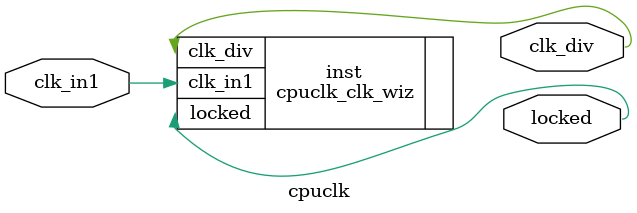
<source format=v>


`timescale 1ps/1ps

(* CORE_GENERATION_INFO = "cpuclk,clk_wiz_v6_0_1_0_0,{component_name=cpuclk,use_phase_alignment=true,use_min_o_jitter=false,use_max_i_jitter=false,use_dyn_phase_shift=false,use_inclk_switchover=false,use_dyn_reconfig=false,enable_axi=0,feedback_source=FDBK_AUTO,PRIMITIVE=PLL,num_out_clk=1,clkin1_period=10.000,clkin2_period=10.000,use_power_down=false,use_reset=false,use_locked=true,use_inclk_stopped=false,feedback_type=SINGLE,CLOCK_MGR_TYPE=NA,manual_override=false}" *)

module cpuclk 
 (
  // Clock out ports
  output        clk_div,
  // Status and control signals
  output        locked,
 // Clock in ports
  input         clk_in1
 );

  cpuclk_clk_wiz inst
  (
  // Clock out ports  
  .clk_div(clk_div),
  // Status and control signals               
  .locked(locked),
 // Clock in ports
  .clk_in1(clk_in1)
  );

endmodule

</source>
